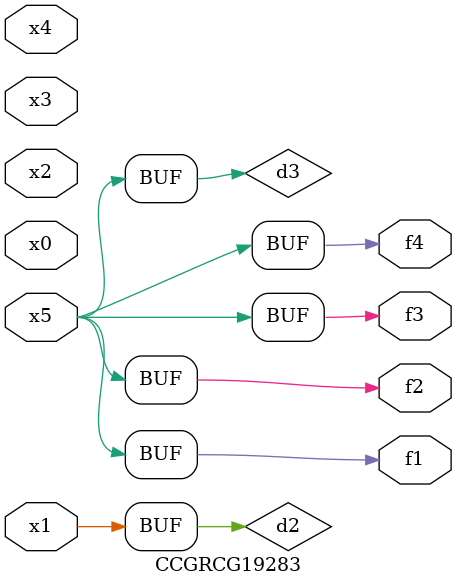
<source format=v>
module CCGRCG19283(
	input x0, x1, x2, x3, x4, x5,
	output f1, f2, f3, f4
);

	wire d1, d2, d3;

	not (d1, x5);
	or (d2, x1);
	xnor (d3, d1);
	assign f1 = d3;
	assign f2 = d3;
	assign f3 = d3;
	assign f4 = d3;
endmodule

</source>
